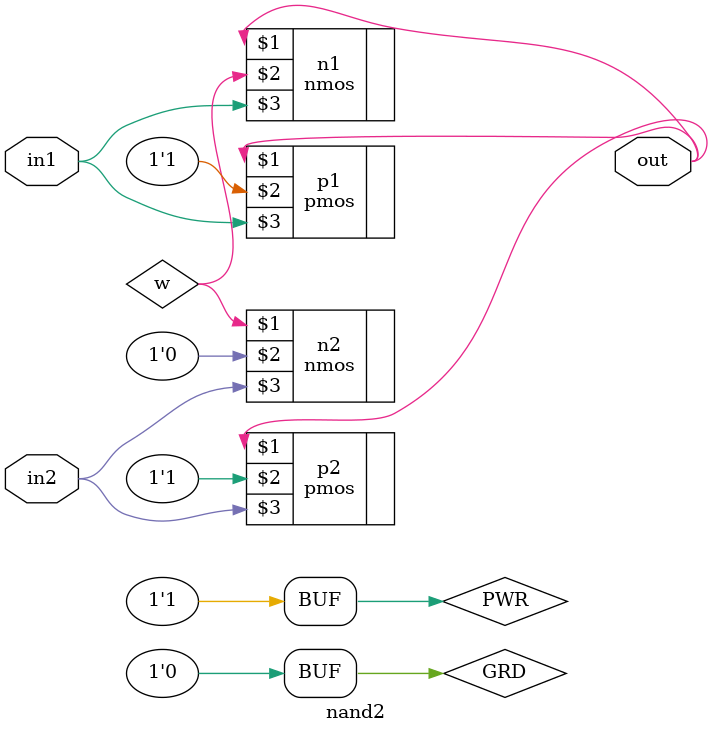
<source format=sv>
module nand2(output out, input in1, in2);
    wire w;
    supply1 PWR;
    supply0 GRD;

    pmos p1(out, PWR, in1);
    pmos p2(out, PWR, in2);
    nmos n1(out, w, in1);
    nmos n2(w, GRD, in2);
endmodule
</source>
